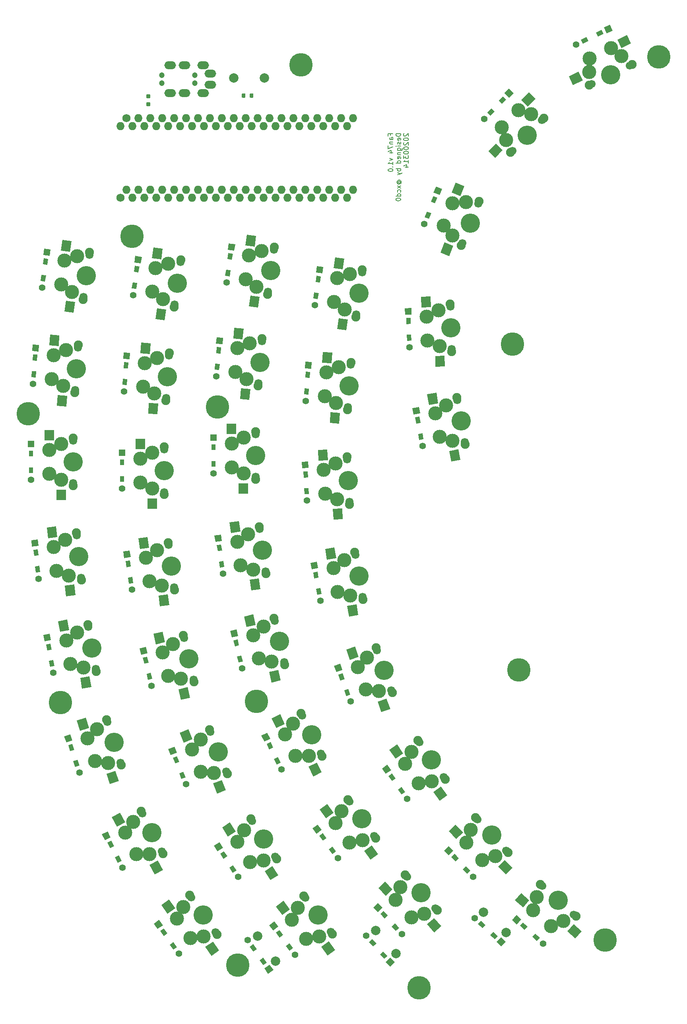
<source format=gbr>
G04 #@! TF.GenerationSoftware,KiCad,Pcbnew,(5.1.5)-3*
G04 #@! TF.CreationDate,2020-03-14T16:45:00+09:00*
G04 #@! TF.ProjectId,fan,66616e2e-6b69-4636-9164-5f7063625858,v1.0*
G04 #@! TF.SameCoordinates,Original*
G04 #@! TF.FileFunction,Soldermask,Bot*
G04 #@! TF.FilePolarity,Negative*
%FSLAX46Y46*%
G04 Gerber Fmt 4.6, Leading zero omitted, Abs format (unit mm)*
G04 Created by KiCad (PCBNEW (5.1.5)-3) date 2020-03-14 16:45:00*
%MOMM*%
%LPD*%
G04 APERTURE LIST*
%ADD10C,0.150000*%
%ADD11C,5.000000*%
%ADD12O,2.500000X1.700000*%
%ADD13C,1.200000*%
%ADD14C,0.100000*%
%ADD15C,1.397000*%
%ADD16C,3.000000*%
%ADD17C,4.100000*%
%ADD18C,1.900000*%
%ADD19C,1.700000*%
%ADD20R,0.950000X1.300000*%
%ADD21R,1.397000X1.397000*%
%ADD22R,2.000000X2.300000*%
%ADD23C,2.000000*%
%ADD24O,1.727200X1.727200*%
%ADD25C,1.727200*%
G04 APERTURE END LIST*
D10*
X105556737Y-55528093D02*
X105556737Y-55194760D01*
X106080546Y-55194760D02*
X105080546Y-55194760D01*
X105080546Y-55670950D01*
X106080546Y-56480474D02*
X105556737Y-56480474D01*
X105461499Y-56432855D01*
X105413880Y-56337617D01*
X105413880Y-56147141D01*
X105461499Y-56051903D01*
X106032927Y-56480474D02*
X106080546Y-56385236D01*
X106080546Y-56147141D01*
X106032927Y-56051903D01*
X105937689Y-56004284D01*
X105842451Y-56004284D01*
X105747213Y-56051903D01*
X105699594Y-56147141D01*
X105699594Y-56385236D01*
X105651975Y-56480474D01*
X105413880Y-56956665D02*
X106080546Y-56956665D01*
X105509118Y-56956665D02*
X105461499Y-57004284D01*
X105413880Y-57099522D01*
X105413880Y-57242379D01*
X105461499Y-57337617D01*
X105556737Y-57385236D01*
X106080546Y-57385236D01*
X105080546Y-57766188D02*
X105080546Y-58432855D01*
X106080546Y-58004284D01*
X105413880Y-59242379D02*
X106080546Y-59242379D01*
X105032927Y-59004284D02*
X105747213Y-58766188D01*
X105747213Y-59385236D01*
X105413880Y-60432855D02*
X106080546Y-60670950D01*
X105413880Y-60909045D01*
X106080546Y-61813807D02*
X106080546Y-61242379D01*
X106080546Y-61528093D02*
X105080546Y-61528093D01*
X105223404Y-61432855D01*
X105318642Y-61337617D01*
X105366261Y-61242379D01*
X105985308Y-62242379D02*
X106032927Y-62289998D01*
X106080546Y-62242379D01*
X106032927Y-62194760D01*
X105985308Y-62242379D01*
X106080546Y-62242379D01*
X105080546Y-62909045D02*
X105080546Y-63004284D01*
X105128166Y-63099522D01*
X105175785Y-63147141D01*
X105271023Y-63194760D01*
X105461499Y-63242379D01*
X105699594Y-63242379D01*
X105890070Y-63194760D01*
X105985308Y-63147141D01*
X106032927Y-63099522D01*
X106080546Y-63004284D01*
X106080546Y-62909045D01*
X106032927Y-62813807D01*
X105985308Y-62766188D01*
X105890070Y-62718569D01*
X105699594Y-62670950D01*
X105461499Y-62670950D01*
X105271023Y-62718569D01*
X105175785Y-62766188D01*
X105128166Y-62813807D01*
X105080546Y-62909045D01*
X107730546Y-55194760D02*
X106730546Y-55194760D01*
X106730546Y-55432855D01*
X106778166Y-55575712D01*
X106873404Y-55670950D01*
X106968642Y-55718569D01*
X107159118Y-55766188D01*
X107301975Y-55766188D01*
X107492451Y-55718569D01*
X107587689Y-55670950D01*
X107682927Y-55575712D01*
X107730546Y-55432855D01*
X107730546Y-55194760D01*
X107682927Y-56575712D02*
X107730546Y-56480474D01*
X107730546Y-56289998D01*
X107682927Y-56194760D01*
X107587689Y-56147141D01*
X107206737Y-56147141D01*
X107111499Y-56194760D01*
X107063880Y-56289998D01*
X107063880Y-56480474D01*
X107111499Y-56575712D01*
X107206737Y-56623331D01*
X107301975Y-56623331D01*
X107397213Y-56147141D01*
X107682927Y-57004284D02*
X107730546Y-57099522D01*
X107730546Y-57289998D01*
X107682927Y-57385236D01*
X107587689Y-57432855D01*
X107540070Y-57432855D01*
X107444832Y-57385236D01*
X107397213Y-57289998D01*
X107397213Y-57147141D01*
X107349594Y-57051903D01*
X107254356Y-57004284D01*
X107206737Y-57004284D01*
X107111499Y-57051903D01*
X107063880Y-57147141D01*
X107063880Y-57289998D01*
X107111499Y-57385236D01*
X107730546Y-57861426D02*
X107063880Y-57861426D01*
X106730546Y-57861426D02*
X106778166Y-57813807D01*
X106825785Y-57861426D01*
X106778166Y-57909045D01*
X106730546Y-57861426D01*
X106825785Y-57861426D01*
X107063880Y-58766188D02*
X107873404Y-58766188D01*
X107968642Y-58718569D01*
X108016261Y-58670950D01*
X108063880Y-58575712D01*
X108063880Y-58432855D01*
X108016261Y-58337617D01*
X107682927Y-58766188D02*
X107730546Y-58670950D01*
X107730546Y-58480474D01*
X107682927Y-58385236D01*
X107635308Y-58337617D01*
X107540070Y-58289998D01*
X107254356Y-58289998D01*
X107159118Y-58337617D01*
X107111499Y-58385236D01*
X107063880Y-58480474D01*
X107063880Y-58670950D01*
X107111499Y-58766188D01*
X107063880Y-59242379D02*
X107730546Y-59242379D01*
X107159118Y-59242379D02*
X107111499Y-59289998D01*
X107063880Y-59385236D01*
X107063880Y-59528093D01*
X107111499Y-59623331D01*
X107206737Y-59670950D01*
X107730546Y-59670950D01*
X107682927Y-60528093D02*
X107730546Y-60432855D01*
X107730546Y-60242379D01*
X107682927Y-60147141D01*
X107587689Y-60099522D01*
X107206737Y-60099522D01*
X107111499Y-60147141D01*
X107063880Y-60242379D01*
X107063880Y-60432855D01*
X107111499Y-60528093D01*
X107206737Y-60575712D01*
X107301975Y-60575712D01*
X107397213Y-60099522D01*
X107730546Y-61432855D02*
X106730546Y-61432855D01*
X107682927Y-61432855D02*
X107730546Y-61337617D01*
X107730546Y-61147141D01*
X107682927Y-61051903D01*
X107635308Y-61004284D01*
X107540070Y-60956665D01*
X107254356Y-60956665D01*
X107159118Y-61004284D01*
X107111499Y-61051903D01*
X107063880Y-61147141D01*
X107063880Y-61337617D01*
X107111499Y-61432855D01*
X107730546Y-62670950D02*
X106730546Y-62670950D01*
X107111499Y-62670950D02*
X107063880Y-62766188D01*
X107063880Y-62956665D01*
X107111499Y-63051903D01*
X107159118Y-63099522D01*
X107254356Y-63147141D01*
X107540070Y-63147141D01*
X107635308Y-63099522D01*
X107682927Y-63051903D01*
X107730546Y-62956665D01*
X107730546Y-62766188D01*
X107682927Y-62670950D01*
X107063880Y-63480474D02*
X107730546Y-63718569D01*
X107063880Y-63956665D02*
X107730546Y-63718569D01*
X107968642Y-63623331D01*
X108016261Y-63575712D01*
X108063880Y-63480474D01*
X107254356Y-65718569D02*
X107206737Y-65670950D01*
X107159118Y-65575712D01*
X107159118Y-65480474D01*
X107206737Y-65385236D01*
X107254356Y-65337617D01*
X107349594Y-65289998D01*
X107444832Y-65289998D01*
X107540070Y-65337617D01*
X107587689Y-65385236D01*
X107635308Y-65480474D01*
X107635308Y-65575712D01*
X107587689Y-65670950D01*
X107540070Y-65718569D01*
X107159118Y-65718569D02*
X107540070Y-65718569D01*
X107587689Y-65766188D01*
X107587689Y-65813807D01*
X107540070Y-65909045D01*
X107444832Y-65956665D01*
X107206737Y-65956665D01*
X107063880Y-65861426D01*
X106968642Y-65718569D01*
X106921023Y-65528093D01*
X106968642Y-65337617D01*
X107063880Y-65194760D01*
X107206737Y-65099522D01*
X107397213Y-65051903D01*
X107587689Y-65099522D01*
X107730546Y-65194760D01*
X107825785Y-65337617D01*
X107873404Y-65528093D01*
X107825785Y-65718569D01*
X107730546Y-65861426D01*
X107730546Y-66289998D02*
X107063880Y-66813807D01*
X107063880Y-66289998D02*
X107730546Y-66813807D01*
X107682927Y-67623331D02*
X107730546Y-67528093D01*
X107730546Y-67337617D01*
X107682927Y-67242379D01*
X107635308Y-67194760D01*
X107540070Y-67147141D01*
X107254356Y-67147141D01*
X107159118Y-67194760D01*
X107111499Y-67242379D01*
X107063880Y-67337617D01*
X107063880Y-67528093D01*
X107111499Y-67623331D01*
X107730546Y-68480474D02*
X106730546Y-68480474D01*
X107682927Y-68480474D02*
X107730546Y-68385236D01*
X107730546Y-68194760D01*
X107682927Y-68099522D01*
X107635308Y-68051903D01*
X107540070Y-68004284D01*
X107254356Y-68004284D01*
X107159118Y-68051903D01*
X107111499Y-68099522D01*
X107063880Y-68194760D01*
X107063880Y-68385236D01*
X107111499Y-68480474D01*
X106730546Y-69147141D02*
X106730546Y-69242379D01*
X106778166Y-69337617D01*
X106825785Y-69385236D01*
X106921023Y-69432855D01*
X107111499Y-69480474D01*
X107349594Y-69480474D01*
X107540070Y-69432855D01*
X107635308Y-69385236D01*
X107682927Y-69337617D01*
X107730546Y-69242379D01*
X107730546Y-69147141D01*
X107682927Y-69051903D01*
X107635308Y-69004284D01*
X107540070Y-68956665D01*
X107349594Y-68909045D01*
X107111499Y-68909045D01*
X106921023Y-68956665D01*
X106825785Y-69004284D01*
X106778166Y-69051903D01*
X106730546Y-69147141D01*
X108475785Y-55147141D02*
X108428166Y-55194760D01*
X108380546Y-55289998D01*
X108380546Y-55528093D01*
X108428166Y-55623331D01*
X108475785Y-55670950D01*
X108571023Y-55718569D01*
X108666261Y-55718569D01*
X108809118Y-55670950D01*
X109380546Y-55099522D01*
X109380546Y-55718569D01*
X108380546Y-56337617D02*
X108380546Y-56432855D01*
X108428166Y-56528093D01*
X108475785Y-56575712D01*
X108571023Y-56623331D01*
X108761499Y-56670950D01*
X108999594Y-56670950D01*
X109190070Y-56623331D01*
X109285308Y-56575712D01*
X109332927Y-56528093D01*
X109380546Y-56432855D01*
X109380546Y-56337617D01*
X109332927Y-56242379D01*
X109285308Y-56194760D01*
X109190070Y-56147141D01*
X108999594Y-56099522D01*
X108761499Y-56099522D01*
X108571023Y-56147141D01*
X108475785Y-56194760D01*
X108428166Y-56242379D01*
X108380546Y-56337617D01*
X108475785Y-57051903D02*
X108428166Y-57099522D01*
X108380546Y-57194760D01*
X108380546Y-57432855D01*
X108428166Y-57528093D01*
X108475785Y-57575712D01*
X108571023Y-57623331D01*
X108666261Y-57623331D01*
X108809118Y-57575712D01*
X109380546Y-57004284D01*
X109380546Y-57623331D01*
X108380546Y-58242379D02*
X108380546Y-58337617D01*
X108428166Y-58432855D01*
X108475785Y-58480474D01*
X108571023Y-58528093D01*
X108761499Y-58575712D01*
X108999594Y-58575712D01*
X109190070Y-58528093D01*
X109285308Y-58480474D01*
X109332927Y-58432855D01*
X109380546Y-58337617D01*
X109380546Y-58242379D01*
X109332927Y-58147141D01*
X109285308Y-58099522D01*
X109190070Y-58051903D01*
X108999594Y-58004284D01*
X108761499Y-58004284D01*
X108571023Y-58051903D01*
X108475785Y-58099522D01*
X108428166Y-58147141D01*
X108380546Y-58242379D01*
X108380546Y-59194760D02*
X108380546Y-59289998D01*
X108428166Y-59385236D01*
X108475785Y-59432855D01*
X108571023Y-59480474D01*
X108761499Y-59528093D01*
X108999594Y-59528093D01*
X109190070Y-59480474D01*
X109285308Y-59432855D01*
X109332927Y-59385236D01*
X109380546Y-59289998D01*
X109380546Y-59194760D01*
X109332927Y-59099522D01*
X109285308Y-59051903D01*
X109190070Y-59004284D01*
X108999594Y-58956665D01*
X108761499Y-58956665D01*
X108571023Y-59004284D01*
X108475785Y-59051903D01*
X108428166Y-59099522D01*
X108380546Y-59194760D01*
X108380546Y-59861426D02*
X108380546Y-60480474D01*
X108761499Y-60147141D01*
X108761499Y-60289998D01*
X108809118Y-60385236D01*
X108856737Y-60432855D01*
X108951975Y-60480474D01*
X109190070Y-60480474D01*
X109285308Y-60432855D01*
X109332927Y-60385236D01*
X109380546Y-60289998D01*
X109380546Y-60004284D01*
X109332927Y-59909045D01*
X109285308Y-59861426D01*
X109380546Y-61432855D02*
X109380546Y-60861426D01*
X109380546Y-61147141D02*
X108380546Y-61147141D01*
X108523404Y-61051903D01*
X108618642Y-60956665D01*
X108666261Y-60861426D01*
X108713880Y-62289998D02*
X109380546Y-62289998D01*
X108332927Y-62051903D02*
X109047213Y-61813807D01*
X109047213Y-62432855D01*
D11*
X50489000Y-77071000D03*
D12*
X67185000Y-44828000D03*
X58685000Y-46578000D03*
X67185000Y-42378000D03*
D13*
X63885000Y-44478000D03*
D12*
X65685000Y-40628000D03*
X61685000Y-40628000D03*
D13*
X63885000Y-42728000D03*
D12*
X67185000Y-42378000D03*
X65685000Y-46578000D03*
X65685000Y-40628000D03*
X58685000Y-40628000D03*
D13*
X56885000Y-42728000D03*
X56885000Y-44478000D03*
X63885000Y-44478000D03*
D12*
X58685000Y-46578000D03*
X58685000Y-40628000D03*
X67185000Y-44828000D03*
X61685000Y-46578000D03*
X61685000Y-40628000D03*
X65685000Y-46578000D03*
D13*
X63885000Y-42728000D03*
D12*
X61685000Y-46578000D03*
D13*
X56885000Y-42728000D03*
X56885000Y-44478000D03*
D14*
G36*
X108902078Y-94430501D02*
G01*
X109851499Y-94397347D01*
X109896868Y-95696555D01*
X108947447Y-95729709D01*
X108902078Y-94430501D01*
G37*
G36*
X108606000Y-92356070D02*
G01*
X110002149Y-92307315D01*
X110050904Y-93703464D01*
X108654755Y-93752219D01*
X108606000Y-92356070D01*
G37*
D15*
X109594387Y-100645126D03*
D14*
G36*
X109025971Y-97978338D02*
G01*
X109975392Y-97945184D01*
X110020761Y-99244392D01*
X109071340Y-99277546D01*
X109025971Y-97978338D01*
G37*
G36*
X115082280Y-102494727D02*
G01*
X117081061Y-102424928D01*
X117161330Y-104723527D01*
X115162549Y-104793326D01*
X115082280Y-102494727D01*
G37*
D16*
X116050451Y-100419675D03*
X113467676Y-99239093D03*
X115784516Y-92804317D03*
X113290387Y-94162188D03*
D17*
X118455937Y-96523351D03*
D18*
X118278648Y-91446446D03*
X118633226Y-101600256D03*
D14*
G36*
X112100604Y-89891109D02*
G01*
X114099385Y-89821310D01*
X114179654Y-92119909D01*
X112180873Y-92189708D01*
X112100604Y-89891109D01*
G37*
D19*
X118612985Y-101020610D03*
X118298889Y-92026092D03*
D14*
G36*
X150478944Y-33102232D02*
G01*
X150895396Y-33956086D01*
X149726964Y-34525968D01*
X149310512Y-33672114D01*
X150478944Y-33102232D01*
G37*
G36*
X152253605Y-31988005D02*
G01*
X152866010Y-33243620D01*
X151610395Y-33856025D01*
X150997990Y-32600410D01*
X152253605Y-31988005D01*
G37*
D15*
X145083189Y-36262403D03*
D14*
G36*
X147288225Y-34658449D02*
G01*
X147704677Y-35512303D01*
X146536245Y-36082185D01*
X146119793Y-35228331D01*
X147288225Y-34658449D01*
G37*
G36*
X145625621Y-42028143D02*
G01*
X146502363Y-43825731D01*
X144435137Y-44833985D01*
X143558395Y-43036397D01*
X145625621Y-42028143D01*
G37*
D16*
X147915067Y-42068612D03*
X147943073Y-39228944D03*
X154763877Y-38728223D03*
X152508946Y-37002019D03*
D17*
X152452935Y-42681355D03*
D18*
X157018809Y-40454430D03*
X147887061Y-44908280D03*
D14*
G36*
X155926843Y-34177893D02*
G01*
X156803585Y-35975481D01*
X154736359Y-36983735D01*
X153859617Y-35186147D01*
X155926843Y-34177893D01*
G37*
D19*
X148408362Y-44654025D03*
X156497508Y-40708685D03*
D20*
X28995937Y-123272352D03*
D21*
X28995937Y-121237352D03*
D15*
X28995937Y-128857352D03*
D20*
X28995937Y-126822352D03*
D22*
X35415937Y-132047352D03*
D16*
X35455937Y-128857352D03*
X32915937Y-127587352D03*
X35455936Y-121237352D03*
X32915937Y-122507352D03*
D17*
X37995937Y-125047352D03*
D18*
X37995937Y-119967352D03*
X37995937Y-130127352D03*
D22*
X32875937Y-119347352D03*
D19*
X37995937Y-129547352D03*
X37995937Y-120547352D03*
D14*
G36*
X114686288Y-68477531D02*
G01*
X115567113Y-68833408D01*
X115080124Y-70038747D01*
X114199299Y-69682870D01*
X114686288Y-68477531D01*
G37*
G36*
X115259555Y-66462019D02*
G01*
X116554831Y-66985345D01*
X116031505Y-68280621D01*
X114736229Y-67757295D01*
X115259555Y-66462019D01*
G37*
D15*
X112791028Y-74436461D03*
D14*
G36*
X113356435Y-71769034D02*
G01*
X114237260Y-72124911D01*
X113750271Y-73330250D01*
X112869446Y-72974373D01*
X113356435Y-71769034D01*
G37*
G36*
X117052168Y-78358284D02*
G01*
X118906535Y-79107497D01*
X118044940Y-81240020D01*
X116190573Y-80490807D01*
X117052168Y-78358284D01*
G37*
D16*
X118780636Y-76856420D03*
X116901339Y-74727395D03*
X121635137Y-69791278D03*
X118804341Y-70017302D03*
D17*
X122562934Y-74275350D03*
D18*
X124465935Y-69565256D03*
X120659933Y-78985444D03*
D14*
G36*
X119454624Y-65631548D02*
G01*
X121308991Y-66380761D01*
X120447396Y-68513284D01*
X118593029Y-67764071D01*
X119454624Y-65631548D01*
G37*
D19*
X120877204Y-78447677D03*
X124248664Y-70103023D03*
D20*
X67847930Y-121937349D03*
D21*
X67847930Y-119902349D03*
D15*
X67847930Y-127522349D03*
D20*
X67847930Y-125487349D03*
D22*
X74267930Y-130712349D03*
D16*
X74307930Y-127522349D03*
X71767930Y-126252349D03*
X74307929Y-119902349D03*
X71767930Y-121172349D03*
D17*
X76847930Y-123712349D03*
D18*
X76847930Y-118632349D03*
X76847930Y-128792349D03*
D22*
X71727930Y-118012349D03*
D19*
X76847930Y-128212349D03*
X76847930Y-119212349D03*
D20*
X48395935Y-125172351D03*
D21*
X48395935Y-123137351D03*
D15*
X48395935Y-130757351D03*
D20*
X48395935Y-128722351D03*
D22*
X54815935Y-133947351D03*
D16*
X54855935Y-130757351D03*
X52315935Y-129487351D03*
X54855934Y-123137351D03*
X52315935Y-124407351D03*
D17*
X57395935Y-126947351D03*
D18*
X57395935Y-121867351D03*
X57395935Y-132027351D03*
D22*
X52275935Y-121247351D03*
D19*
X57395935Y-131447351D03*
X57395935Y-122447351D03*
D14*
G36*
X68568341Y-100605778D02*
G01*
X69514726Y-100688576D01*
X69401423Y-101983630D01*
X68455038Y-101900832D01*
X68568341Y-100605778D01*
G37*
G36*
X68527280Y-98510728D02*
G01*
X69918964Y-98632484D01*
X69797208Y-100024168D01*
X68405524Y-99902412D01*
X68527280Y-98510728D01*
G37*
D15*
X68498117Y-106858451D03*
D14*
G36*
X68258938Y-104142269D02*
G01*
X69205323Y-104225067D01*
X69092020Y-105520121D01*
X68145635Y-105437323D01*
X68258938Y-104142269D01*
G37*
G36*
X73719694Y-109363072D02*
G01*
X75712084Y-109537384D01*
X75511626Y-111828632D01*
X73519236Y-111654320D01*
X73719694Y-109363072D01*
G37*
D16*
X74933535Y-107421477D03*
X72513888Y-105934934D03*
X75597661Y-99830474D03*
X72956640Y-100874265D03*
D17*
X77795933Y-103847351D03*
D18*
X78238684Y-98786682D03*
X77353182Y-108908020D03*
D14*
G36*
X72296238Y-96490024D02*
G01*
X74288628Y-96664336D01*
X74088170Y-98955584D01*
X72095780Y-98781272D01*
X72296238Y-96490024D01*
G37*
D19*
X77403732Y-108330227D03*
X78188134Y-99364475D03*
D14*
G36*
X133136447Y-223780235D02*
G01*
X133772121Y-223074247D01*
X134738209Y-223944117D01*
X134102535Y-224650105D01*
X133136447Y-223780235D01*
G37*
G36*
X131438555Y-222552194D02*
G01*
X132373330Y-221514021D01*
X133411503Y-222448796D01*
X132476728Y-223486969D01*
X131438555Y-222552194D01*
G37*
D15*
X138087792Y-227599270D03*
D14*
G36*
X135774612Y-226155648D02*
G01*
X136410286Y-225449660D01*
X137376374Y-226319530D01*
X136740700Y-227025518D01*
X135774612Y-226155648D01*
G37*
G36*
X143230496Y-224936452D02*
G01*
X144568757Y-223450162D01*
X146277990Y-224989162D01*
X144939729Y-226475452D01*
X143230496Y-224936452D01*
G37*
D16*
X142410376Y-222798554D03*
X139766990Y-223836346D03*
X136747612Y-217699780D03*
X135991815Y-220437163D03*
D17*
X141278586Y-218361579D03*
D18*
X137503410Y-214962396D03*
X145053762Y-221760762D03*
D14*
G36*
X132092965Y-218326081D02*
G01*
X133431226Y-216839791D01*
X135140459Y-218378791D01*
X133802198Y-219865081D01*
X132092965Y-218326081D01*
G37*
D19*
X144622738Y-221372667D03*
X137934434Y-215350491D03*
D14*
G36*
X129536739Y-47239062D02*
G01*
X130220111Y-47898988D01*
X129317055Y-48834130D01*
X128633683Y-48174204D01*
X129536739Y-47239062D01*
G37*
G36*
X130823287Y-45585061D02*
G01*
X131828205Y-46555499D01*
X130857767Y-47560417D01*
X129852849Y-46589979D01*
X130823287Y-45585061D01*
G37*
D15*
X125547230Y-52054108D03*
D14*
G36*
X127070702Y-49792718D02*
G01*
X127754074Y-50452644D01*
X126851018Y-51387786D01*
X126167646Y-50727860D01*
X127070702Y-49792718D01*
G37*
G36*
X128028949Y-57286610D02*
G01*
X129467629Y-58675927D01*
X127869915Y-60330408D01*
X126431235Y-58941091D01*
X128028949Y-57286610D01*
G37*
D16*
X130194166Y-56541601D03*
X129249259Y-53863608D03*
X135487462Y-51060231D03*
X132778123Y-50209361D03*
D17*
X134667937Y-55565349D03*
D18*
X138196802Y-51911103D03*
X131139072Y-59219595D03*
D14*
G36*
X135023987Y-46386562D02*
G01*
X136462667Y-47775879D01*
X134864953Y-49430360D01*
X133426273Y-48041043D01*
X135023987Y-46386562D01*
G37*
D19*
X131541974Y-58802378D03*
X137793900Y-52328320D03*
D14*
G36*
X29413174Y-102167316D02*
G01*
X30360860Y-102233585D01*
X30270176Y-103530418D01*
X29322490Y-103464149D01*
X29413174Y-102167316D01*
G37*
G36*
X29335556Y-100073301D02*
G01*
X30729153Y-100170750D01*
X30631704Y-101564347D01*
X29238107Y-101466898D01*
X29335556Y-100073301D01*
G37*
D15*
X29452085Y-108420262D03*
D14*
G36*
X29165539Y-105708668D02*
G01*
X30113225Y-105774937D01*
X30022541Y-107071770D01*
X29074855Y-107005501D01*
X29165539Y-105708668D01*
G37*
G36*
X34716579Y-110833373D02*
G01*
X36711707Y-110972886D01*
X36551267Y-113267283D01*
X34556139Y-113127770D01*
X34716579Y-110833373D01*
G37*
D16*
X35896349Y-108870889D03*
X33451127Y-107426801D03*
X36427892Y-101269450D03*
X33805490Y-102359175D03*
D17*
X38695934Y-105247351D03*
D18*
X39050297Y-100179726D03*
X38341571Y-110314976D03*
D14*
G36*
X33068674Y-97987128D02*
G01*
X35063802Y-98126641D01*
X34903362Y-100421038D01*
X32908234Y-100281525D01*
X33068674Y-97987128D01*
G37*
D19*
X38382030Y-109736389D03*
X39009838Y-100758313D03*
D14*
G36*
X71050640Y-80627286D02*
G01*
X71991395Y-80759500D01*
X71810470Y-82046848D01*
X70869715Y-81914634D01*
X71050640Y-80627286D01*
G37*
G36*
X71119282Y-78532957D02*
G01*
X72502687Y-78727382D01*
X72308262Y-80110787D01*
X70924857Y-79916362D01*
X71119282Y-78532957D01*
G37*
D15*
X70653273Y-86867714D03*
D14*
G36*
X70556575Y-84142738D02*
G01*
X71497330Y-84274952D01*
X71316405Y-85562300D01*
X70375650Y-85430086D01*
X70556575Y-84142738D01*
G37*
G36*
X75736613Y-89642180D02*
G01*
X77717149Y-89920526D01*
X77397051Y-92198142D01*
X75416515Y-91919796D01*
X75736613Y-89642180D01*
G37*
D16*
X77050405Y-87766773D03*
X74711874Y-86155633D03*
X78110903Y-80220930D03*
X75418873Y-81125071D03*
D17*
X80095935Y-84347351D03*
D18*
X80802934Y-79316789D03*
X79388936Y-89377913D03*
D14*
G36*
X74988830Y-76712276D02*
G01*
X76969366Y-76990622D01*
X76649268Y-79268238D01*
X74668732Y-78989892D01*
X74988830Y-76712276D01*
G37*
D19*
X79469656Y-88803557D03*
X80722214Y-79891145D03*
D14*
G36*
X89831643Y-85467286D02*
G01*
X90772398Y-85599500D01*
X90591473Y-86886848D01*
X89650718Y-86754634D01*
X89831643Y-85467286D01*
G37*
G36*
X89900285Y-83372957D02*
G01*
X91283690Y-83567382D01*
X91089265Y-84950787D01*
X89705860Y-84756362D01*
X89900285Y-83372957D01*
G37*
D15*
X89434276Y-91707714D03*
D14*
G36*
X89337578Y-88982738D02*
G01*
X90278333Y-89114952D01*
X90097408Y-90402300D01*
X89156653Y-90270086D01*
X89337578Y-88982738D01*
G37*
G36*
X94517616Y-94482180D02*
G01*
X96498152Y-94760526D01*
X96178054Y-97038142D01*
X94197518Y-96759796D01*
X94517616Y-94482180D01*
G37*
D16*
X95831408Y-92606773D03*
X93492877Y-90995633D03*
X96891906Y-85060930D03*
X94199876Y-85965071D03*
D17*
X98876938Y-89187351D03*
D18*
X99583937Y-84156789D03*
X98169939Y-94217913D03*
D14*
G36*
X93769833Y-81552276D02*
G01*
X95750369Y-81830622D01*
X95430271Y-84108238D01*
X93449735Y-83829892D01*
X93769833Y-81552276D01*
G37*
D19*
X98250659Y-93643557D03*
X99503217Y-84731145D03*
D14*
G36*
X51150639Y-83327287D02*
G01*
X52091394Y-83459501D01*
X51910469Y-84746849D01*
X50969714Y-84614635D01*
X51150639Y-83327287D01*
G37*
G36*
X51219281Y-81232958D02*
G01*
X52602686Y-81427383D01*
X52408261Y-82810788D01*
X51024856Y-82616363D01*
X51219281Y-81232958D01*
G37*
D15*
X50753272Y-89567715D03*
D14*
G36*
X50656574Y-86842739D02*
G01*
X51597329Y-86974953D01*
X51416404Y-88262301D01*
X50475649Y-88130087D01*
X50656574Y-86842739D01*
G37*
G36*
X55836612Y-92342181D02*
G01*
X57817148Y-92620527D01*
X57497050Y-94898143D01*
X55516514Y-94619797D01*
X55836612Y-92342181D01*
G37*
D16*
X57150404Y-90466774D03*
X54811873Y-88855634D03*
X58210902Y-82920931D03*
X55518872Y-83825072D03*
D17*
X60195934Y-87047352D03*
D18*
X60902933Y-82016790D03*
X59488935Y-92077914D03*
D14*
G36*
X55088829Y-79412277D02*
G01*
X57069365Y-79690623D01*
X56749267Y-81968239D01*
X54768731Y-81689893D01*
X55088829Y-79412277D01*
G37*
D19*
X59569655Y-91503558D03*
X60822213Y-82591146D03*
D14*
G36*
X36935308Y-185368976D02*
G01*
X37838812Y-185075410D01*
X38240534Y-186311784D01*
X37337030Y-186605350D01*
X36935308Y-185368976D01*
G37*
G36*
X36078911Y-183456515D02*
G01*
X37407537Y-183024819D01*
X37839233Y-184353445D01*
X36510607Y-184785141D01*
X36078911Y-183456515D01*
G37*
D15*
X39313781Y-191152030D03*
D14*
G36*
X38032319Y-188745226D02*
G01*
X38935823Y-188451660D01*
X39337545Y-189688034D01*
X38434041Y-189981600D01*
X38032319Y-188745226D01*
G37*
G36*
X45098902Y-191417313D02*
G01*
X47001015Y-190799279D01*
X47711754Y-192986709D01*
X45809641Y-193604743D01*
X45098902Y-191417313D01*
G37*
D16*
X45457606Y-189155780D03*
X42649471Y-188732842D03*
X43102896Y-181908730D03*
X41079665Y-183901475D03*
D17*
X46695935Y-184747352D03*
D18*
X45126129Y-179915985D03*
X48265741Y-189578719D03*
D14*
G36*
X38758703Y-180123799D02*
G01*
X40660816Y-179505765D01*
X41371555Y-181693195D01*
X39469442Y-182311229D01*
X38758703Y-180123799D01*
G37*
D19*
X48086511Y-189027106D03*
X45305359Y-180467598D03*
D14*
G36*
X118549210Y-209133816D02*
G01*
X119243996Y-208485918D01*
X120130594Y-209436678D01*
X119435808Y-210084576D01*
X118549210Y-209133816D01*
G37*
G36*
X116964809Y-207762468D02*
G01*
X117986510Y-206809717D01*
X118939261Y-207831418D01*
X117917560Y-208784169D01*
X116964809Y-207762468D01*
G37*
D15*
X123148862Y-213369858D03*
D14*
G36*
X120970304Y-211730122D02*
G01*
X121665090Y-211082224D01*
X122551688Y-212032984D01*
X121856902Y-212680882D01*
X120970304Y-211730122D01*
G37*
G36*
X128504076Y-211165389D02*
G01*
X129966784Y-209801392D01*
X131535380Y-211483505D01*
X130072672Y-212847502D01*
X128504076Y-211165389D01*
G37*
D16*
X127873407Y-208964148D03*
X125149631Y-209767605D03*
X122676579Y-203391234D03*
X121685079Y-206052328D03*
D17*
X127132632Y-204445415D03*
D18*
X123668080Y-200730138D03*
X130597184Y-208160692D03*
D14*
G36*
X117985058Y-203609473D02*
G01*
X119447766Y-202245476D01*
X121016362Y-203927589D01*
X119553654Y-205291586D01*
X117985058Y-203609473D01*
G37*
D19*
X130201625Y-207736507D03*
X124063639Y-201154323D03*
D14*
G36*
X105131545Y-191901545D02*
G01*
X105909740Y-191356647D01*
X106655389Y-192421545D01*
X105877194Y-192966443D01*
X105131545Y-191901545D01*
G37*
G36*
X103753418Y-190323036D02*
G01*
X104897774Y-189521750D01*
X105699060Y-190666106D01*
X104554704Y-191467392D01*
X103753418Y-190323036D01*
G37*
D15*
X109096892Y-196736509D03*
D14*
G36*
X107167742Y-194809535D02*
G01*
X107945937Y-194264637D01*
X108691586Y-195329535D01*
X107913391Y-195874433D01*
X107167742Y-194809535D01*
G37*
G36*
X114706792Y-195298796D02*
G01*
X116345096Y-194151643D01*
X117664322Y-196035692D01*
X116026018Y-197182845D01*
X114706792Y-195298796D01*
G37*
D16*
X114388614Y-193031205D03*
X111579526Y-193447766D03*
X110017961Y-186789267D03*
X108665757Y-189286474D03*
D17*
X114283934Y-188453352D03*
D18*
X111370166Y-184292060D03*
X117197702Y-192614644D03*
D14*
G36*
X105341725Y-186352449D02*
G01*
X106980029Y-185205296D01*
X108299255Y-187089345D01*
X106660951Y-188236498D01*
X105341725Y-186352449D01*
G37*
D19*
X116865028Y-192139536D03*
X111702840Y-184767168D03*
D14*
G36*
X68586653Y-142761616D02*
G01*
X69527408Y-142629402D01*
X69708333Y-143916750D01*
X68767578Y-144048964D01*
X68586653Y-142761616D01*
G37*
G36*
X68075361Y-140729498D02*
G01*
X69458766Y-140535073D01*
X69653191Y-141918478D01*
X68269786Y-142112903D01*
X68075361Y-140729498D01*
G37*
D15*
X69924775Y-148869830D03*
D14*
G36*
X69080718Y-146277068D02*
G01*
X70021473Y-146144854D01*
X70202398Y-147432202D01*
X69261643Y-147564416D01*
X69080718Y-146277068D01*
G37*
G36*
X75575941Y-150135659D02*
G01*
X77556477Y-149857313D01*
X77876575Y-152134929D01*
X75896039Y-152413275D01*
X75575941Y-150135659D01*
G37*
D16*
X76321907Y-147970772D03*
X73629876Y-147066631D03*
X75261407Y-140424929D03*
X72922877Y-142036069D03*
D17*
X78306938Y-143844351D03*
D18*
X77599939Y-138813789D03*
X79013937Y-148874913D03*
D14*
G36*
X71293162Y-137912754D02*
G01*
X73273698Y-137634408D01*
X73593796Y-139912024D01*
X71613260Y-140190370D01*
X71293162Y-137912754D01*
G37*
D19*
X78933217Y-148300557D03*
X77680659Y-139388145D03*
D14*
G36*
X79191815Y-185085342D02*
G01*
X80045669Y-184668890D01*
X80615551Y-185837322D01*
X79761697Y-186253774D01*
X79191815Y-185085342D01*
G37*
G36*
X78077588Y-183310681D02*
G01*
X79333203Y-182698276D01*
X79945608Y-183953891D01*
X78689993Y-184566296D01*
X78077588Y-183310681D01*
G37*
D15*
X82351986Y-190481097D03*
D14*
G36*
X80748032Y-188276061D02*
G01*
X81601886Y-187859609D01*
X82171768Y-189028041D01*
X81317914Y-189444493D01*
X80748032Y-188276061D01*
G37*
G36*
X88117726Y-189938665D02*
G01*
X89915314Y-189061923D01*
X90923568Y-191129149D01*
X89125980Y-192005891D01*
X88117726Y-189938665D01*
G37*
D16*
X88158195Y-187649219D03*
X85318527Y-187621213D03*
X84817806Y-180800409D03*
X83091602Y-183055340D03*
D17*
X88770938Y-183111351D03*
D18*
X86544013Y-178545477D03*
X90997863Y-187677225D03*
D14*
G36*
X80267476Y-179637443D02*
G01*
X82065064Y-178760701D01*
X83073318Y-180827927D01*
X81275730Y-181704669D01*
X80267476Y-179637443D01*
G37*
D19*
X90743608Y-187155924D03*
X86798268Y-179066778D03*
D14*
G36*
X45252724Y-206088220D02*
G01*
X46099180Y-205656929D01*
X46689368Y-206815238D01*
X45842912Y-207246529D01*
X45252724Y-206088220D01*
G37*
G36*
X44107695Y-204333275D02*
G01*
X45352431Y-203699051D01*
X45986655Y-204943787D01*
X44741919Y-205578011D01*
X44107695Y-204333275D01*
G37*
D15*
X48506583Y-211428000D03*
D14*
G36*
X46864390Y-209251293D02*
G01*
X47710846Y-208820002D01*
X48301034Y-209978311D01*
X47454578Y-210409602D01*
X46864390Y-209251293D01*
G37*
G36*
X54261979Y-210785025D02*
G01*
X56043992Y-209877044D01*
X57088171Y-211926359D01*
X55306158Y-212834340D01*
X54261979Y-210785025D01*
G37*
D16*
X54262485Y-208495222D03*
X51422761Y-208516779D03*
X50803077Y-201705752D03*
X49116489Y-203990466D03*
D17*
X54795938Y-203947351D03*
D18*
X52489666Y-199421038D03*
X57102210Y-208473664D03*
D14*
G36*
X46233143Y-200622378D02*
G01*
X48015156Y-199714397D01*
X49059335Y-201763712D01*
X47277322Y-202671693D01*
X46233143Y-200622378D01*
G37*
D19*
X56838895Y-207956880D03*
X52752981Y-199937822D03*
D14*
G36*
X72117275Y-163031915D02*
G01*
X73042927Y-162818212D01*
X73335363Y-164084893D01*
X72409711Y-164298596D01*
X72117275Y-163031915D01*
G37*
G36*
X71430818Y-161052092D02*
G01*
X72792013Y-160737835D01*
X73106270Y-162099030D01*
X71745075Y-162413287D01*
X71430818Y-161052092D01*
G37*
D15*
X73982671Y-169000260D03*
D14*
G36*
X72915852Y-166490928D02*
G01*
X73841504Y-166277225D01*
X74133940Y-167543906D01*
X73208288Y-167757609D01*
X72915852Y-166490928D01*
G37*
G36*
X79722657Y-169768740D02*
G01*
X81671397Y-169318838D01*
X82188785Y-171559890D01*
X80240045Y-172009792D01*
X79722657Y-169768740D01*
G37*
D16*
X80277102Y-167547077D03*
X77516514Y-166881002D03*
X78562974Y-160122377D03*
X76373762Y-161931202D03*
D17*
X81894938Y-163263351D03*
D18*
X80752187Y-158313551D03*
X83037689Y-168213151D03*
D14*
G36*
X74390878Y-157965616D02*
G01*
X76339618Y-157515714D01*
X76857006Y-159756766D01*
X74908266Y-160206668D01*
X74390878Y-157965616D01*
G37*
D19*
X82907218Y-167648016D03*
X80882658Y-158878686D03*
D14*
G36*
X69309781Y-208421030D02*
G01*
X70106518Y-207903623D01*
X70814549Y-208993894D01*
X70017812Y-209511301D01*
X69309781Y-208421030D01*
G37*
G36*
X67987582Y-206795386D02*
G01*
X69159205Y-206034525D01*
X69920066Y-207206148D01*
X68748443Y-207967009D01*
X67987582Y-206795386D01*
G37*
D15*
X73103974Y-213391437D03*
D14*
G36*
X71243249Y-211398311D02*
G01*
X72039986Y-210880904D01*
X72748017Y-211971175D01*
X71951280Y-212488582D01*
X71243249Y-211398311D01*
G37*
G36*
X78760632Y-212150382D02*
G01*
X80437973Y-211061104D01*
X81690642Y-212990046D01*
X80013301Y-214079324D01*
X78760632Y-212150382D01*
G37*
D16*
X78521785Y-209873069D03*
X75699871Y-210191341D03*
X74371635Y-203482400D03*
X72933104Y-205930894D03*
D17*
X78576934Y-205294351D03*
D18*
X75810168Y-201033905D03*
X81343700Y-209554797D03*
D14*
G36*
X69713493Y-202882649D02*
G01*
X71390834Y-201793371D01*
X72643503Y-203722313D01*
X70966162Y-204811591D01*
X69713493Y-202882649D01*
G37*
D19*
X81027810Y-209068369D03*
X76126058Y-201520333D03*
D14*
G36*
X103448995Y-221272236D02*
G01*
X104154983Y-220636562D01*
X105024853Y-221602650D01*
X104318865Y-222238324D01*
X103448995Y-221272236D01*
G37*
G36*
X101888769Y-219873445D02*
G01*
X102926942Y-218938670D01*
X103861717Y-219976843D01*
X102823544Y-220911618D01*
X101888769Y-219873445D01*
G37*
D15*
X107974018Y-225587907D03*
D14*
G36*
X105824408Y-223910401D02*
G01*
X106530396Y-223274727D01*
X107400266Y-224240815D01*
X106694278Y-224876489D01*
X105824408Y-223910401D01*
G37*
G36*
X113366890Y-223477235D02*
G01*
X114853180Y-222138974D01*
X116392180Y-223848207D01*
X114905890Y-225186468D01*
X113366890Y-223477235D01*
G37*
D16*
X112774734Y-221265324D03*
X110037350Y-222021121D03*
X107675958Y-215602561D03*
X106638167Y-218245946D03*
D17*
X112112934Y-216734350D03*
D18*
X108713751Y-212959174D03*
X115512117Y-220509526D03*
D14*
G36*
X102981343Y-215738887D02*
G01*
X104467633Y-214400626D01*
X106006633Y-216109859D01*
X104520343Y-217448120D01*
X102981343Y-215738887D01*
G37*
D19*
X115124022Y-220078502D03*
X109101846Y-213390198D03*
D14*
G36*
X49175649Y-146164616D02*
G01*
X50116404Y-146032402D01*
X50297329Y-147319750D01*
X49356574Y-147451964D01*
X49175649Y-146164616D01*
G37*
G36*
X48664357Y-144132498D02*
G01*
X50047762Y-143938073D01*
X50242187Y-145321478D01*
X48858782Y-145515903D01*
X48664357Y-144132498D01*
G37*
D15*
X50513771Y-152272830D03*
D14*
G36*
X49669714Y-149680068D02*
G01*
X50610469Y-149547854D01*
X50791394Y-150835202D01*
X49850639Y-150967416D01*
X49669714Y-149680068D01*
G37*
G36*
X56164937Y-153538659D02*
G01*
X58145473Y-153260313D01*
X58465571Y-155537929D01*
X56485035Y-155816275D01*
X56164937Y-153538659D01*
G37*
D16*
X56910903Y-151373772D03*
X54218872Y-150469631D03*
X55850403Y-143827929D03*
X53511873Y-145439069D03*
D17*
X58895934Y-147247351D03*
D18*
X58188935Y-142216789D03*
X59602933Y-152277913D03*
D14*
G36*
X51882158Y-141315754D02*
G01*
X53862694Y-141037408D01*
X54182792Y-143315024D01*
X52202256Y-143593370D01*
X51882158Y-141315754D01*
G37*
D19*
X59522213Y-151703557D03*
X58269655Y-142791145D03*
D14*
G36*
X59233449Y-188039330D02*
G01*
X60114274Y-187683453D01*
X60601263Y-188888792D01*
X59720438Y-189244669D01*
X59233449Y-188039330D01*
G37*
G36*
X58245730Y-186191267D02*
G01*
X59541006Y-185667941D01*
X60064332Y-186963217D01*
X58769056Y-187486543D01*
X58245730Y-186191267D01*
G37*
D15*
X62009533Y-193642383D03*
D14*
G36*
X60563302Y-191330833D02*
G01*
X61444127Y-190974956D01*
X61931116Y-192180295D01*
X61050291Y-192536172D01*
X60563302Y-191330833D01*
G37*
G36*
X67799068Y-193503470D02*
G01*
X69653435Y-192754257D01*
X70515030Y-194886780D01*
X68660663Y-195635993D01*
X67799068Y-193503470D01*
G37*
D16*
X67999141Y-191222424D03*
X65168344Y-190996401D03*
X65144638Y-184157284D03*
X63265342Y-186286308D03*
D17*
X68926937Y-186738353D03*
D18*
X67023936Y-182028259D03*
X70829938Y-191448447D03*
D14*
G36*
X60686517Y-182679736D02*
G01*
X62540884Y-181930523D01*
X63402479Y-184063046D01*
X61548112Y-184812259D01*
X60686517Y-182679736D01*
G37*
D19*
X70612667Y-190910680D03*
X67241207Y-182566026D03*
D14*
G36*
X81134461Y-225239858D02*
G01*
X81893165Y-224668134D01*
X82675525Y-225706360D01*
X81916821Y-226278084D01*
X81134461Y-225239858D01*
G37*
G36*
X79702084Y-223710407D02*
G01*
X80817778Y-222869671D01*
X81658514Y-223985365D01*
X80542820Y-224826101D01*
X79702084Y-223710407D01*
G37*
D15*
X85266130Y-229933489D03*
D14*
G36*
X83270904Y-228075014D02*
G01*
X84029608Y-227503290D01*
X84811968Y-228541516D01*
X84053264Y-229113240D01*
X83270904Y-228075014D01*
G37*
G36*
X90822437Y-228300867D02*
G01*
X92419708Y-227097237D01*
X93803883Y-228934099D01*
X92206612Y-230137729D01*
X90822437Y-228300867D01*
G37*
D16*
X90425315Y-226045763D03*
X87632476Y-226560107D03*
X85839484Y-219960161D03*
X84575255Y-222503038D03*
D17*
X90160934Y-221474352D03*
D18*
X87103714Y-217417284D03*
X93218154Y-225531420D03*
D14*
G36*
X81150852Y-219686807D02*
G01*
X82748123Y-218483177D01*
X84132298Y-220320039D01*
X82535027Y-221523669D01*
X81150852Y-219686807D01*
G37*
D19*
X92869102Y-225068212D03*
X87452766Y-217880492D03*
D14*
G36*
X94484042Y-170357853D02*
G01*
X95376750Y-170032934D01*
X95821376Y-171254535D01*
X94928668Y-171579454D01*
X94484042Y-170357853D01*
G37*
G36*
X93561422Y-168476445D02*
G01*
X94874172Y-167998643D01*
X95351974Y-169311393D01*
X94039224Y-169789195D01*
X93561422Y-168476445D01*
G37*
D15*
X97062891Y-176054377D03*
D14*
G36*
X95698213Y-173693762D02*
G01*
X96590921Y-173368843D01*
X97035547Y-174590444D01*
X96142839Y-174915363D01*
X95698213Y-173693762D01*
G37*
G36*
X102853746Y-176117601D02*
G01*
X104733131Y-175433560D01*
X105519778Y-177594853D01*
X103640393Y-178278894D01*
X102853746Y-176117601D01*
G37*
D16*
X103133305Y-173844927D03*
X100312121Y-173520249D03*
X100527111Y-166684470D03*
X98574658Y-168746610D03*
D17*
X104217028Y-169395967D03*
D18*
X102479566Y-164622328D03*
X105954490Y-174169606D03*
D14*
G36*
X96123271Y-165052236D02*
G01*
X98002656Y-164368195D01*
X98789303Y-166529488D01*
X96909918Y-167213529D01*
X96123271Y-165052236D01*
G37*
D19*
X105756119Y-173624584D03*
X102677937Y-165167350D03*
D14*
G36*
X32243786Y-163904510D02*
G01*
X33179353Y-163739544D01*
X33405096Y-165019794D01*
X32469529Y-165184760D01*
X32243786Y-163904510D01*
G37*
G36*
X31661886Y-161891473D02*
G01*
X33037662Y-161648887D01*
X33280248Y-163024663D01*
X31904472Y-163267249D01*
X31661886Y-161891473D01*
G37*
D15*
X33794266Y-169962303D03*
D14*
G36*
X32860237Y-167400577D02*
G01*
X33795804Y-167235611D01*
X34021547Y-168515861D01*
X33085980Y-168680827D01*
X32860237Y-167400577D01*
G37*
G36*
X39486166Y-171030138D02*
G01*
X41455781Y-170682842D01*
X41855172Y-172947900D01*
X39885557Y-173295196D01*
X39486166Y-171030138D01*
G37*
D16*
X40156124Y-168840536D03*
X37434179Y-168030896D03*
X38832924Y-161336301D03*
X36552046Y-163028073D03*
D17*
X41995936Y-164647352D03*
D18*
X41113803Y-159644529D03*
X42878069Y-169650175D03*
D14*
G36*
X34779423Y-158964145D02*
G01*
X36749038Y-158616849D01*
X37148429Y-160881907D01*
X35178814Y-161229203D01*
X34779423Y-158964145D01*
G37*
D19*
X42777353Y-169078987D03*
X41214519Y-160215717D03*
D14*
G36*
X56543548Y-224895544D02*
G01*
X57321743Y-224350646D01*
X58067392Y-225415544D01*
X57289197Y-225960442D01*
X56543548Y-224895544D01*
G37*
G36*
X55165421Y-223317035D02*
G01*
X56309777Y-222515749D01*
X57111063Y-223660105D01*
X55966707Y-224461391D01*
X55165421Y-223317035D01*
G37*
D15*
X60508895Y-229730508D03*
D14*
G36*
X58579745Y-227803534D02*
G01*
X59357940Y-227258636D01*
X60103589Y-228323534D01*
X59325394Y-228868432D01*
X58579745Y-227803534D01*
G37*
G36*
X66118795Y-228292795D02*
G01*
X67757099Y-227145642D01*
X69076325Y-229029691D01*
X67438021Y-230176844D01*
X66118795Y-228292795D01*
G37*
D16*
X65800617Y-226025204D03*
X62991529Y-226441765D03*
X61429964Y-219783266D03*
X60077760Y-222280473D03*
D17*
X65695937Y-221447351D03*
D18*
X62782169Y-217286059D03*
X68609705Y-225608643D03*
D14*
G36*
X56753728Y-219346448D02*
G01*
X58392032Y-218199295D01*
X59711258Y-220083344D01*
X58072954Y-221230497D01*
X56753728Y-219346448D01*
G37*
D19*
X68277031Y-225133535D03*
X63114843Y-217761167D03*
D14*
G36*
X52818271Y-166715916D02*
G01*
X53743923Y-166502213D01*
X54036359Y-167768894D01*
X53110707Y-167982597D01*
X52818271Y-166715916D01*
G37*
G36*
X52131814Y-164736093D02*
G01*
X53493009Y-164421836D01*
X53807266Y-165783031D01*
X52446071Y-166097288D01*
X52131814Y-164736093D01*
G37*
D15*
X54683667Y-172684261D03*
D14*
G36*
X53616848Y-170174929D02*
G01*
X54542500Y-169961226D01*
X54834936Y-171227907D01*
X53909284Y-171441610D01*
X53616848Y-170174929D01*
G37*
G36*
X60423653Y-173452741D02*
G01*
X62372393Y-173002839D01*
X62889781Y-175243891D01*
X60941041Y-175693793D01*
X60423653Y-173452741D01*
G37*
D16*
X60978098Y-171231078D03*
X58217510Y-170565003D03*
X59263970Y-163806378D03*
X57074758Y-165615203D03*
D17*
X62595934Y-166947352D03*
D18*
X61453183Y-161997552D03*
X63738685Y-171897152D03*
D14*
G36*
X55091874Y-161649617D02*
G01*
X57040614Y-161199715D01*
X57558002Y-163440767D01*
X55609262Y-163890669D01*
X55091874Y-161649617D01*
G37*
D19*
X63608214Y-171332017D03*
X61583654Y-162562687D03*
D14*
G36*
X29519362Y-143757045D02*
G01*
X30464157Y-143657743D01*
X30600044Y-144950621D01*
X29655249Y-145049923D01*
X29519362Y-143757045D01*
G37*
G36*
X29079300Y-141708321D02*
G01*
X30468647Y-141562294D01*
X30614674Y-142951641D01*
X29225327Y-143097668D01*
X29079300Y-141708321D01*
G37*
D15*
X30643494Y-149908238D03*
D14*
G36*
X29890438Y-147287598D02*
G01*
X30835233Y-147188296D01*
X30971120Y-148481174D01*
X30026325Y-148580476D01*
X29890438Y-147287598D01*
G37*
G36*
X36247041Y-151370518D02*
G01*
X38236085Y-151161461D01*
X38476501Y-153448862D01*
X36487457Y-153657919D01*
X36247041Y-151370518D01*
G37*
D16*
X37068106Y-149232984D03*
X34409269Y-148235443D03*
X36271598Y-141654727D03*
X33878264Y-143183272D03*
D17*
X39195938Y-145178353D03*
D18*
X38664933Y-140126182D03*
X39726943Y-150230524D03*
D14*
G36*
X32393444Y-139005592D02*
G01*
X34382488Y-138796535D01*
X34622904Y-141083936D01*
X32633860Y-141292993D01*
X32393444Y-139005592D01*
G37*
D19*
X39666316Y-149653702D03*
X38725560Y-140703004D03*
D14*
G36*
X89104787Y-148571510D02*
G01*
X90040354Y-148406544D01*
X90266097Y-149686794D01*
X89330530Y-149851760D01*
X89104787Y-148571510D01*
G37*
G36*
X88522887Y-146558473D02*
G01*
X89898663Y-146315887D01*
X90141249Y-147691663D01*
X88765473Y-147934249D01*
X88522887Y-146558473D01*
G37*
D15*
X90655267Y-154629303D03*
D14*
G36*
X89721238Y-152067577D02*
G01*
X90656805Y-151902611D01*
X90882548Y-153182861D01*
X89946981Y-153347827D01*
X89721238Y-152067577D01*
G37*
G36*
X96347167Y-155697138D02*
G01*
X98316782Y-155349842D01*
X98716173Y-157614900D01*
X96746558Y-157962196D01*
X96347167Y-155697138D01*
G37*
D16*
X97017125Y-153507536D03*
X94295180Y-152697896D03*
X95693925Y-146003301D03*
X93413047Y-147695073D03*
D17*
X98856937Y-149314352D03*
D18*
X97974804Y-144311529D03*
X99739070Y-154317175D03*
D14*
G36*
X91640424Y-143631145D02*
G01*
X93610039Y-143283849D01*
X94009430Y-145548907D01*
X92039815Y-145896203D01*
X91640424Y-143631145D01*
G37*
D19*
X99638354Y-153745987D03*
X98075520Y-144882717D03*
D14*
G36*
X87506175Y-105832316D02*
G01*
X88453861Y-105898585D01*
X88363177Y-107195418D01*
X87415491Y-107129149D01*
X87506175Y-105832316D01*
G37*
G36*
X87428557Y-103738301D02*
G01*
X88822154Y-103835750D01*
X88724705Y-105229347D01*
X87331108Y-105131898D01*
X87428557Y-103738301D01*
G37*
D15*
X87545086Y-112085262D03*
D14*
G36*
X87258540Y-109373668D02*
G01*
X88206226Y-109439937D01*
X88115542Y-110736770D01*
X87167856Y-110670501D01*
X87258540Y-109373668D01*
G37*
G36*
X92809580Y-114498373D02*
G01*
X94804708Y-114637886D01*
X94644268Y-116932283D01*
X92649140Y-116792770D01*
X92809580Y-114498373D01*
G37*
D16*
X93989350Y-112535889D03*
X91544128Y-111091801D03*
X94520893Y-104934450D03*
X91898491Y-106024175D03*
D17*
X96788935Y-108912351D03*
D18*
X97143298Y-103844726D03*
X96434572Y-113979976D03*
D14*
G36*
X91161675Y-101652128D02*
G01*
X93156803Y-101791641D01*
X92996363Y-104086038D01*
X91001235Y-103946525D01*
X91161675Y-101652128D01*
G37*
D19*
X96475031Y-113401389D03*
X97102839Y-104423313D03*
D14*
G36*
X90362115Y-204615749D02*
G01*
X91130681Y-204057353D01*
X91894801Y-205109075D01*
X91126235Y-205667471D01*
X90362115Y-204615749D01*
G37*
G36*
X88956649Y-203061533D02*
G01*
X90086845Y-202240397D01*
X90907981Y-203370593D01*
X89777785Y-204191729D01*
X88956649Y-203061533D01*
G37*
D15*
X94411239Y-209380772D03*
D14*
G36*
X92448753Y-207487759D02*
G01*
X93217319Y-206929363D01*
X93981439Y-207981085D01*
X93212873Y-208539481D01*
X92448753Y-207487759D01*
G37*
G36*
X99995193Y-207845371D02*
G01*
X101613227Y-206669800D01*
X102965133Y-208530539D01*
X101347099Y-209706110D01*
X99995193Y-207845371D01*
G37*
D16*
X99637489Y-205583679D03*
X96836098Y-206049202D03*
X95158564Y-199418970D03*
X93850149Y-201939396D03*
D17*
X99452930Y-201008350D03*
D18*
X96466981Y-196898544D03*
X102438879Y-205118156D03*
D14*
G36*
X90475417Y-199063830D02*
G01*
X92093451Y-197888259D01*
X93445357Y-199748998D01*
X91827323Y-200924569D01*
X90475417Y-199063830D01*
G37*
D19*
X102097964Y-204648926D03*
X96807896Y-197367774D03*
D14*
G36*
X31750639Y-81727286D02*
G01*
X32691394Y-81859500D01*
X32510469Y-83146848D01*
X31569714Y-83014634D01*
X31750639Y-81727286D01*
G37*
G36*
X31819281Y-79632957D02*
G01*
X33202686Y-79827382D01*
X33008261Y-81210787D01*
X31624856Y-81016362D01*
X31819281Y-79632957D01*
G37*
D15*
X31353272Y-87967714D03*
D14*
G36*
X31256574Y-85242738D02*
G01*
X32197329Y-85374952D01*
X32016404Y-86662300D01*
X31075649Y-86530086D01*
X31256574Y-85242738D01*
G37*
G36*
X36436612Y-90742180D02*
G01*
X38417148Y-91020526D01*
X38097050Y-93298142D01*
X36116514Y-93019796D01*
X36436612Y-90742180D01*
G37*
D16*
X37750404Y-88866773D03*
X35411873Y-87255633D03*
X38810902Y-81320930D03*
X36118872Y-82225071D03*
D17*
X40795934Y-85447351D03*
D18*
X41502933Y-80416789D03*
X40088935Y-90477913D03*
D14*
G36*
X35688829Y-77812276D02*
G01*
X37669365Y-78090622D01*
X37349267Y-80368238D01*
X35368731Y-80089892D01*
X35688829Y-77812276D01*
G37*
D19*
X40169655Y-89903557D03*
X41422213Y-80991145D03*
D14*
G36*
X48813174Y-103827316D02*
G01*
X49760860Y-103893585D01*
X49670176Y-105190418D01*
X48722490Y-105124149D01*
X48813174Y-103827316D01*
G37*
G36*
X48735556Y-101733301D02*
G01*
X50129153Y-101830750D01*
X50031704Y-103224347D01*
X48638107Y-103126898D01*
X48735556Y-101733301D01*
G37*
D15*
X48852085Y-110080262D03*
D14*
G36*
X48565539Y-107368668D02*
G01*
X49513225Y-107434937D01*
X49422541Y-108731770D01*
X48474855Y-108665501D01*
X48565539Y-107368668D01*
G37*
G36*
X54116579Y-112493373D02*
G01*
X56111707Y-112632886D01*
X55951267Y-114927283D01*
X53956139Y-114787770D01*
X54116579Y-112493373D01*
G37*
D16*
X55296349Y-110530889D03*
X52851127Y-109086801D03*
X55827892Y-102929450D03*
X53205490Y-104019175D03*
D17*
X58095934Y-106907351D03*
D18*
X58450297Y-101839726D03*
X57741571Y-111974976D03*
D14*
G36*
X52468674Y-99647128D02*
G01*
X54463802Y-99786641D01*
X54303362Y-102081038D01*
X52308234Y-101941525D01*
X52468674Y-99647128D01*
G37*
D19*
X57782030Y-111396389D03*
X58409838Y-102418313D03*
D14*
G36*
X110835579Y-115604438D02*
G01*
X111771146Y-115439472D01*
X111996889Y-116719722D01*
X111061322Y-116884688D01*
X110835579Y-115604438D01*
G37*
G36*
X110253679Y-113591401D02*
G01*
X111629455Y-113348815D01*
X111872041Y-114724591D01*
X110496265Y-114967177D01*
X110253679Y-113591401D01*
G37*
D15*
X112386059Y-121662231D03*
D14*
G36*
X111452030Y-119100505D02*
G01*
X112387597Y-118935539D01*
X112613340Y-120215789D01*
X111677773Y-120380755D01*
X111452030Y-119100505D01*
G37*
G36*
X118077959Y-122730066D02*
G01*
X120047574Y-122382770D01*
X120446965Y-124647828D01*
X118477350Y-124995124D01*
X118077959Y-122730066D01*
G37*
D16*
X118747917Y-120540464D03*
X116025972Y-119730824D03*
X117424717Y-113036229D03*
X115143839Y-114728001D03*
D17*
X120587729Y-116347280D03*
D18*
X119705596Y-111344457D03*
X121469862Y-121350103D03*
D14*
G36*
X113371216Y-110664073D02*
G01*
X115340831Y-110316777D01*
X115740222Y-112581835D01*
X113770607Y-112929131D01*
X113371216Y-110664073D01*
G37*
D19*
X121369146Y-120778915D03*
X119806312Y-111915645D03*
D14*
G36*
X86988005Y-127106560D02*
G01*
X87936703Y-127056841D01*
X88004739Y-128355060D01*
X87056041Y-128404779D01*
X86988005Y-127106560D01*
G37*
G36*
X86655769Y-125037613D02*
G01*
X88050854Y-124964500D01*
X88123967Y-126359585D01*
X86728882Y-126432698D01*
X86655769Y-125037613D01*
G37*
D15*
X87788668Y-133308156D03*
D14*
G36*
X87173798Y-130651695D02*
G01*
X88122496Y-130601976D01*
X88190532Y-131900195D01*
X87241834Y-131949914D01*
X87173798Y-130651695D01*
G37*
G36*
X93308005Y-135061700D02*
G01*
X95305264Y-134957028D01*
X95425637Y-137253876D01*
X93428378Y-137358548D01*
X93308005Y-135061700D01*
G37*
D16*
X94239815Y-132970066D03*
X91636829Y-131834740D03*
X93841014Y-125360509D03*
X91370963Y-126761702D03*
D17*
X96576934Y-129032354D03*
D18*
X96311067Y-123959316D03*
X96842801Y-134105392D03*
D14*
G36*
X90106820Y-122512038D02*
G01*
X92104079Y-122407366D01*
X92224452Y-124704214D01*
X90227193Y-124808886D01*
X90106820Y-122512038D01*
G37*
D19*
X96812446Y-133526187D03*
X96341422Y-124538521D03*
D23*
X72235000Y-43348000D03*
X78735000Y-43348000D03*
D11*
X151287934Y-226853349D03*
X111685000Y-236998000D03*
X73085000Y-232198000D03*
X76995933Y-176047351D03*
X68695934Y-113347351D03*
X131569541Y-99971671D03*
X35299696Y-176274308D03*
X162709608Y-38846351D03*
X86485000Y-40598000D03*
X28395937Y-114847351D03*
X132869542Y-169371673D03*
D24*
X68395000Y-53618000D03*
X88715000Y-53618000D03*
X73475000Y-53618000D03*
X55695000Y-53618000D03*
X76015000Y-68868000D03*
X50615000Y-68868000D03*
X58235000Y-53618000D03*
X83635000Y-68868000D03*
X86175000Y-53618000D03*
X93795000Y-53618000D03*
X50615000Y-53618000D03*
D25*
X48075000Y-68868000D03*
D24*
X81095000Y-68868000D03*
X81095000Y-53618000D03*
X86175000Y-68868000D03*
X65855000Y-68868000D03*
X93795000Y-68868000D03*
X60775000Y-68868000D03*
X53155000Y-53618000D03*
X76015000Y-53618000D03*
X58235000Y-68868000D03*
X78555000Y-68868000D03*
X55695000Y-68868000D03*
X78555000Y-53618000D03*
X70935000Y-68868000D03*
X96335000Y-53618000D03*
X91255000Y-53618000D03*
X91255000Y-68868000D03*
X63315000Y-68868000D03*
X65855000Y-53618000D03*
X96335000Y-68868000D03*
X88715000Y-68868000D03*
X73475000Y-68868000D03*
X70935000Y-53618000D03*
X63315000Y-53618000D03*
X53155000Y-68868000D03*
X68395000Y-68868000D03*
X48024200Y-53618000D03*
X83635000Y-53618000D03*
X60775000Y-53618000D03*
X69695000Y-51918000D03*
X84935000Y-51918000D03*
X92555000Y-51918000D03*
X82395000Y-67168000D03*
X72235000Y-67168000D03*
X59535000Y-51918000D03*
X95095000Y-51918000D03*
X97635000Y-51918000D03*
X87475000Y-51918000D03*
X79855000Y-67168000D03*
X64615000Y-51918000D03*
X69695000Y-67168000D03*
X74775000Y-51918000D03*
X92555000Y-67168000D03*
X51915000Y-51918000D03*
X56995000Y-67168000D03*
X62075000Y-51918000D03*
X54455000Y-51918000D03*
X59535000Y-67168000D03*
X84935000Y-67168000D03*
X97635000Y-67168000D03*
X67155000Y-51918000D03*
X54455000Y-67168000D03*
X67155000Y-67168000D03*
X51915000Y-67168000D03*
X87475000Y-67168000D03*
X72235000Y-51918000D03*
X90015000Y-67168000D03*
X56995000Y-51918000D03*
D25*
X49375000Y-51918000D03*
D24*
X90015000Y-51918000D03*
X79855000Y-51918000D03*
X49324200Y-67168000D03*
X74775000Y-67168000D03*
X77315000Y-67168000D03*
X64615000Y-67168000D03*
X62075000Y-67168000D03*
X82395000Y-51918000D03*
X95095000Y-67168000D03*
X77315000Y-51918000D03*
D15*
X75176634Y-226858123D03*
D14*
G36*
X80631223Y-233177362D02*
G01*
X79501027Y-233998498D01*
X78679891Y-232868302D01*
X79810087Y-232047166D01*
X80631223Y-233177362D01*
G37*
G36*
X79225757Y-231623146D02*
G01*
X78457191Y-232181542D01*
X77693071Y-231129820D01*
X78461637Y-230571424D01*
X79225757Y-231623146D01*
G37*
G36*
X77139120Y-228751135D02*
G01*
X76370554Y-229309531D01*
X75606434Y-228257809D01*
X76375000Y-227699413D01*
X77139120Y-228751135D01*
G37*
D23*
X77285631Y-226018045D03*
X81106235Y-231276655D03*
D15*
X100411628Y-225888058D03*
D14*
G36*
X106496877Y-231602520D02*
G01*
X105458704Y-232537295D01*
X104523929Y-231499122D01*
X105562102Y-230564347D01*
X106496877Y-231602520D01*
G37*
G36*
X104936651Y-230203728D02*
G01*
X104230663Y-230839402D01*
X103360793Y-229873314D01*
X104066781Y-229237640D01*
X104936651Y-230203728D01*
G37*
G36*
X102561238Y-227565564D02*
G01*
X101855250Y-228201238D01*
X100985380Y-227235150D01*
X101691368Y-226599476D01*
X102561238Y-227565564D01*
G37*
D23*
X102421260Y-224832131D03*
X106770608Y-229662573D03*
D15*
X123492465Y-222132882D03*
D14*
G36*
X130141702Y-227179958D02*
G01*
X129206927Y-228218131D01*
X128168754Y-227283356D01*
X129103529Y-226245183D01*
X130141702Y-227179958D01*
G37*
G36*
X128443810Y-225951917D02*
G01*
X127808136Y-226657905D01*
X126842048Y-225788035D01*
X127477722Y-225082047D01*
X128443810Y-225951917D01*
G37*
G36*
X125805646Y-223576504D02*
G01*
X125169972Y-224282492D01*
X124203884Y-223412622D01*
X124839558Y-222706634D01*
X125805646Y-223576504D01*
G37*
D23*
X125380713Y-220872677D03*
X130211155Y-225222025D03*
D14*
G36*
X54254603Y-46848963D02*
G01*
X54274018Y-46851843D01*
X54293057Y-46856612D01*
X54311537Y-46863224D01*
X54329279Y-46871616D01*
X54346114Y-46881706D01*
X54361879Y-46893398D01*
X54376421Y-46906579D01*
X54389602Y-46921121D01*
X54401294Y-46936886D01*
X54411384Y-46953721D01*
X54419776Y-46971463D01*
X54426388Y-46989943D01*
X54431157Y-47008982D01*
X54434037Y-47028397D01*
X54435000Y-47048000D01*
X54435000Y-47448000D01*
X54434037Y-47467603D01*
X54431157Y-47487018D01*
X54426388Y-47506057D01*
X54419776Y-47524537D01*
X54411384Y-47542279D01*
X54401294Y-47559114D01*
X54389602Y-47574879D01*
X54376421Y-47589421D01*
X54361879Y-47602602D01*
X54346114Y-47614294D01*
X54329279Y-47624384D01*
X54311537Y-47632776D01*
X54293057Y-47639388D01*
X54274018Y-47644157D01*
X54254603Y-47647037D01*
X54235000Y-47648000D01*
X53735000Y-47648000D01*
X53715397Y-47647037D01*
X53695982Y-47644157D01*
X53676943Y-47639388D01*
X53658463Y-47632776D01*
X53640721Y-47624384D01*
X53623886Y-47614294D01*
X53608121Y-47602602D01*
X53593579Y-47589421D01*
X53580398Y-47574879D01*
X53568706Y-47559114D01*
X53558616Y-47542279D01*
X53550224Y-47524537D01*
X53543612Y-47506057D01*
X53538843Y-47487018D01*
X53535963Y-47467603D01*
X53535000Y-47448000D01*
X53535000Y-47048000D01*
X53535963Y-47028397D01*
X53538843Y-47008982D01*
X53543612Y-46989943D01*
X53550224Y-46971463D01*
X53558616Y-46953721D01*
X53568706Y-46936886D01*
X53580398Y-46921121D01*
X53593579Y-46906579D01*
X53608121Y-46893398D01*
X53623886Y-46881706D01*
X53640721Y-46871616D01*
X53658463Y-46863224D01*
X53676943Y-46856612D01*
X53695982Y-46851843D01*
X53715397Y-46848963D01*
X53735000Y-46848000D01*
X54235000Y-46848000D01*
X54254603Y-46848963D01*
G37*
G36*
X54254603Y-48548963D02*
G01*
X54274018Y-48551843D01*
X54293057Y-48556612D01*
X54311537Y-48563224D01*
X54329279Y-48571616D01*
X54346114Y-48581706D01*
X54361879Y-48593398D01*
X54376421Y-48606579D01*
X54389602Y-48621121D01*
X54401294Y-48636886D01*
X54411384Y-48653721D01*
X54419776Y-48671463D01*
X54426388Y-48689943D01*
X54431157Y-48708982D01*
X54434037Y-48728397D01*
X54435000Y-48748000D01*
X54435000Y-49148000D01*
X54434037Y-49167603D01*
X54431157Y-49187018D01*
X54426388Y-49206057D01*
X54419776Y-49224537D01*
X54411384Y-49242279D01*
X54401294Y-49259114D01*
X54389602Y-49274879D01*
X54376421Y-49289421D01*
X54361879Y-49302602D01*
X54346114Y-49314294D01*
X54329279Y-49324384D01*
X54311537Y-49332776D01*
X54293057Y-49339388D01*
X54274018Y-49344157D01*
X54254603Y-49347037D01*
X54235000Y-49348000D01*
X53735000Y-49348000D01*
X53715397Y-49347037D01*
X53695982Y-49344157D01*
X53676943Y-49339388D01*
X53658463Y-49332776D01*
X53640721Y-49324384D01*
X53623886Y-49314294D01*
X53608121Y-49302602D01*
X53593579Y-49289421D01*
X53580398Y-49274879D01*
X53568706Y-49259114D01*
X53558616Y-49242279D01*
X53550224Y-49224537D01*
X53543612Y-49206057D01*
X53538843Y-49187018D01*
X53535963Y-49167603D01*
X53535000Y-49148000D01*
X53535000Y-48748000D01*
X53535963Y-48728397D01*
X53538843Y-48708982D01*
X53543612Y-48689943D01*
X53550224Y-48671463D01*
X53558616Y-48653721D01*
X53568706Y-48636886D01*
X53580398Y-48621121D01*
X53593579Y-48606579D01*
X53608121Y-48593398D01*
X53623886Y-48581706D01*
X53640721Y-48571616D01*
X53658463Y-48563224D01*
X53676943Y-48556612D01*
X53695982Y-48551843D01*
X53715397Y-48548963D01*
X53735000Y-48548000D01*
X54235000Y-48548000D01*
X54254603Y-48548963D01*
G37*
G36*
X74504603Y-46648963D02*
G01*
X74524018Y-46651843D01*
X74543057Y-46656612D01*
X74561537Y-46663224D01*
X74579279Y-46671616D01*
X74596114Y-46681706D01*
X74611879Y-46693398D01*
X74626421Y-46706579D01*
X74639602Y-46721121D01*
X74651294Y-46736886D01*
X74661384Y-46753721D01*
X74669776Y-46771463D01*
X74676388Y-46789943D01*
X74681157Y-46808982D01*
X74684037Y-46828397D01*
X74685000Y-46848000D01*
X74685000Y-47348000D01*
X74684037Y-47367603D01*
X74681157Y-47387018D01*
X74676388Y-47406057D01*
X74669776Y-47424537D01*
X74661384Y-47442279D01*
X74651294Y-47459114D01*
X74639602Y-47474879D01*
X74626421Y-47489421D01*
X74611879Y-47502602D01*
X74596114Y-47514294D01*
X74579279Y-47524384D01*
X74561537Y-47532776D01*
X74543057Y-47539388D01*
X74524018Y-47544157D01*
X74504603Y-47547037D01*
X74485000Y-47548000D01*
X74085000Y-47548000D01*
X74065397Y-47547037D01*
X74045982Y-47544157D01*
X74026943Y-47539388D01*
X74008463Y-47532776D01*
X73990721Y-47524384D01*
X73973886Y-47514294D01*
X73958121Y-47502602D01*
X73943579Y-47489421D01*
X73930398Y-47474879D01*
X73918706Y-47459114D01*
X73908616Y-47442279D01*
X73900224Y-47424537D01*
X73893612Y-47406057D01*
X73888843Y-47387018D01*
X73885963Y-47367603D01*
X73885000Y-47348000D01*
X73885000Y-46848000D01*
X73885963Y-46828397D01*
X73888843Y-46808982D01*
X73893612Y-46789943D01*
X73900224Y-46771463D01*
X73908616Y-46753721D01*
X73918706Y-46736886D01*
X73930398Y-46721121D01*
X73943579Y-46706579D01*
X73958121Y-46693398D01*
X73973886Y-46681706D01*
X73990721Y-46671616D01*
X74008463Y-46663224D01*
X74026943Y-46656612D01*
X74045982Y-46651843D01*
X74065397Y-46648963D01*
X74085000Y-46648000D01*
X74485000Y-46648000D01*
X74504603Y-46648963D01*
G37*
G36*
X76204603Y-46648963D02*
G01*
X76224018Y-46651843D01*
X76243057Y-46656612D01*
X76261537Y-46663224D01*
X76279279Y-46671616D01*
X76296114Y-46681706D01*
X76311879Y-46693398D01*
X76326421Y-46706579D01*
X76339602Y-46721121D01*
X76351294Y-46736886D01*
X76361384Y-46753721D01*
X76369776Y-46771463D01*
X76376388Y-46789943D01*
X76381157Y-46808982D01*
X76384037Y-46828397D01*
X76385000Y-46848000D01*
X76385000Y-47348000D01*
X76384037Y-47367603D01*
X76381157Y-47387018D01*
X76376388Y-47406057D01*
X76369776Y-47424537D01*
X76361384Y-47442279D01*
X76351294Y-47459114D01*
X76339602Y-47474879D01*
X76326421Y-47489421D01*
X76311879Y-47502602D01*
X76296114Y-47514294D01*
X76279279Y-47524384D01*
X76261537Y-47532776D01*
X76243057Y-47539388D01*
X76224018Y-47544157D01*
X76204603Y-47547037D01*
X76185000Y-47548000D01*
X75785000Y-47548000D01*
X75765397Y-47547037D01*
X75745982Y-47544157D01*
X75726943Y-47539388D01*
X75708463Y-47532776D01*
X75690721Y-47524384D01*
X75673886Y-47514294D01*
X75658121Y-47502602D01*
X75643579Y-47489421D01*
X75630398Y-47474879D01*
X75618706Y-47459114D01*
X75608616Y-47442279D01*
X75600224Y-47424537D01*
X75593612Y-47406057D01*
X75588843Y-47387018D01*
X75585963Y-47367603D01*
X75585000Y-47348000D01*
X75585000Y-46848000D01*
X75585963Y-46828397D01*
X75588843Y-46808982D01*
X75593612Y-46789943D01*
X75600224Y-46771463D01*
X75608616Y-46753721D01*
X75618706Y-46736886D01*
X75630398Y-46721121D01*
X75643579Y-46706579D01*
X75658121Y-46693398D01*
X75673886Y-46681706D01*
X75690721Y-46671616D01*
X75708463Y-46663224D01*
X75726943Y-46656612D01*
X75745982Y-46651843D01*
X75765397Y-46648963D01*
X75785000Y-46648000D01*
X76185000Y-46648000D01*
X76204603Y-46648963D01*
G37*
M02*

</source>
